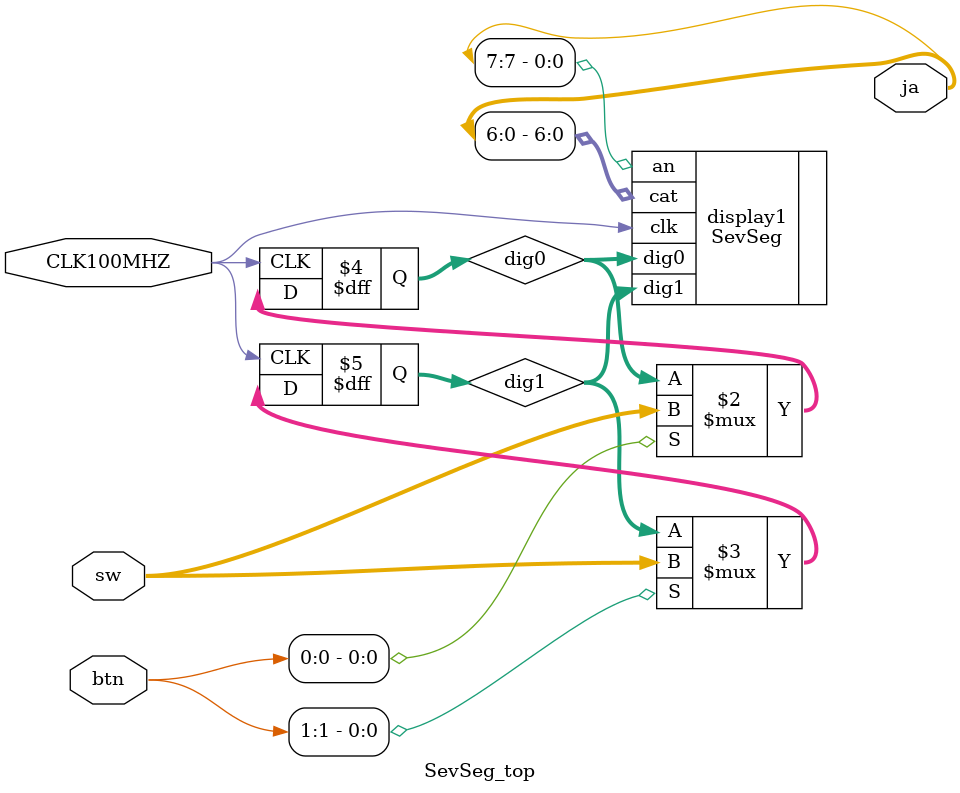
<source format=sv>
`timescale 1ns / 1ps


module SevSeg_top(
    input  logic CLK100MHZ,
    input  logic [3:0] sw,
    input  logic [1:0] btn,
    output logic [7:0] ja
    );
    
    logic [3:0] dig0;
    logic [3:0] dig1;
    
    SevSeg display1(.clk(CLK100MHZ), .dig0(dig0), .dig1(dig1), .cat(ja[6:0]), .an(ja[7]));
    
    always_ff @(posedge CLK100MHZ) begin
        dig0 <= btn[0] ? sw : dig0; // I think the buttons are active low
        dig1 <= btn[1] ? sw : dig1;
    end
endmodule

</source>
